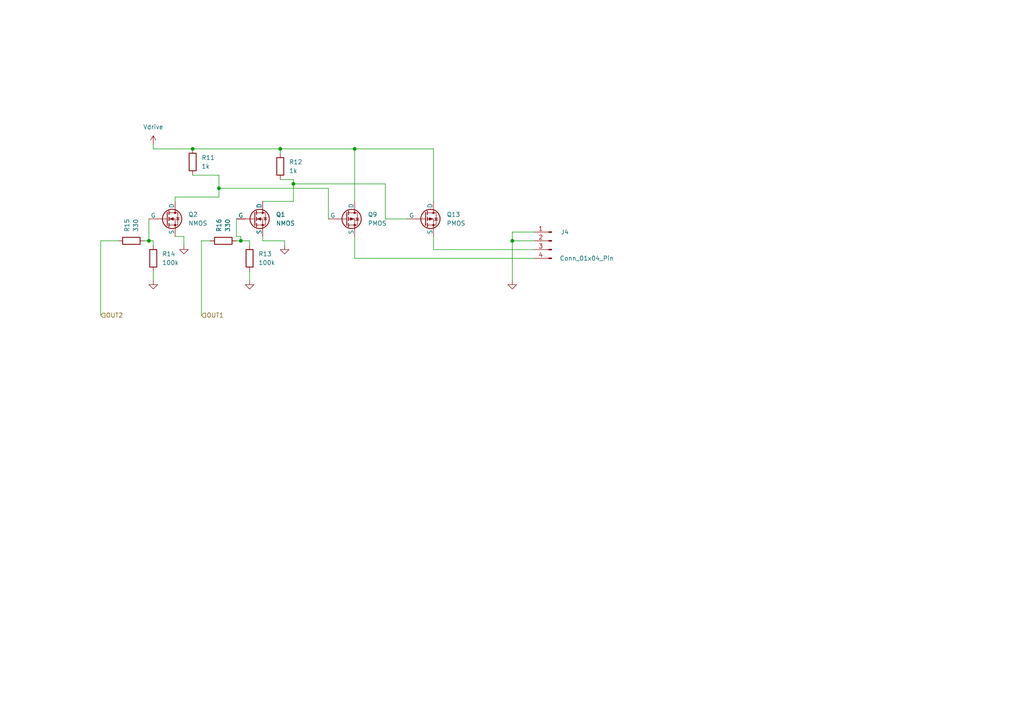
<source format=kicad_sch>
(kicad_sch (version 20230121) (generator eeschema)
  (paper "A4")
  (lib_symbols
    (symbol "Connector:Conn_01x04_Pin" (pin_names (offset 1.016) hide)
      (property "Reference" "J" (at 0 5.08 0))
      (property "Value" "Conn_01x04_Pin" (at 0 -7.62 0))
      (symbol "Conn_01x04_Pin_1_1"
        (polyline (pts (xy 1.27 -5.08) (xy 0.8636 -5.08)) (stroke (width 0.1524)))
        (polyline (pts (xy 1.27 -2.54) (xy 0.8636 -2.54)) (stroke (width 0.1524)))
        (polyline (pts (xy 1.27 0) (xy 0.8636 0)) (stroke (width 0.1524)))
        (polyline (pts (xy 1.27 2.54) (xy 0.8636 2.54)) (stroke (width 0.1524)))
        (rectangle (start 0.8636 -4.953) (end 0 -5.207) (stroke (width 0.1524)) (fill (type outline)))
        (rectangle (start 0.8636 -2.413) (end 0 -2.667) (stroke (width 0.1524)) (fill (type outline)))
        (rectangle (start 0.8636 0.127) (end 0 -0.127) (stroke (width 0.1524)) (fill (type outline)))
        (rectangle (start 0.8636 2.667) (end 0 2.413) (stroke (width 0.1524)) (fill (type outline)))
        (pin passive line (at 5.08 2.54 180) (length 3.81) (name "Pin_1") (number "1"))
        (pin passive line (at 5.08 0 180) (length 3.81) (name "Pin_2") (number "2"))
        (pin passive line (at 5.08 -2.54 180) (length 3.81) (name "Pin_3") (number "3"))
        (pin passive line (at 5.08 -5.08 180) (length 3.81) (name "Pin_4") (number "4"))
      )
    )
    (symbol "Device:R" (pin_numbers hide) (pin_names (offset 0))
      (property "Reference" "R" (at 2.032 0 90))
      (property "Value" "R" (at 0 0 90))
      (symbol "R_0_1"
        (rectangle (start -1.016 -2.54) (end 1.016 2.54) (stroke (width 0.254)))
      )
      (symbol "R_1_1"
        (pin passive line (at 0 3.81 270) (length 1.27) (name "~") (number "1"))
        (pin passive line (at 0 -3.81 90) (length 1.27) (name "~") (number "2"))
      )
    )
    (symbol "Simulation_SPICE:NMOS" (pin_numbers hide) (pin_names (offset 0))
      (property "Reference" "Q" (at 5.08 1.27 0))
      (property "Value" "NMOS" (at 5.08 -1.27 0))
      (symbol "NMOS_0_1"
        (polyline (pts (xy 0.254 0) (xy -2.54 0)))
        (polyline (pts (xy 0.254 1.905) (xy 0.254 -1.905)) (stroke (width 0.254)))
        (polyline (pts (xy 0.762 -1.27) (xy 0.762 -2.286)) (stroke (width 0.254)))
        (polyline (pts (xy 0.762 0.508) (xy 0.762 -0.508)) (stroke (width 0.254)))
        (polyline (pts (xy 0.762 2.286) (xy 0.762 1.27)) (stroke (width 0.254)))
        (polyline (pts (xy 2.54 2.54) (xy 2.54 1.778)))
        (polyline (pts (xy 2.54 -2.54) (xy 2.54 0) (xy 0.762 0)))
        (polyline (pts (xy 0.762 -1.778) (xy 3.302 -1.778) (xy 3.302 1.778) (xy 0.762 1.778)))
        (polyline (pts (xy 1.016 0) (xy 2.032 0.381) (xy 2.032 -0.381) (xy 1.016 0)) (fill (type outline)))
        (polyline (pts (xy 2.794 0.508) (xy 2.921 0.381) (xy 3.683 0.381) (xy 3.81 0.254)))
        (polyline (pts (xy 3.302 0.381) (xy 2.921 -0.254) (xy 3.683 -0.254) (xy 3.302 0.381)))
        (circle (center 1.651 0) (radius 2.794) (stroke (width 0.254)))
        (circle (center 2.54 -1.778) (radius 0.254) (fill (type outline)))
        (circle (center 2.54 1.778) (radius 0.254) (fill (type outline)))
      )
      (symbol "NMOS_1_1"
        (pin passive line (at 2.54 5.08 270) (length 2.54) (name "D") (number "1"))
        (pin input line (at -5.08 0 0) (length 2.54) (name "G") (number "2"))
        (pin passive line (at 2.54 -5.08 90) (length 2.54) (name "S") (number "3"))
      )
    )
    (symbol "Simulation_SPICE:PMOS" (pin_numbers hide) (pin_names (offset 0))
      (property "Reference" "Q" (at 5.08 1.27 0))
      (property "Value" "PMOS" (at 5.08 -1.27 0))
      (symbol "PMOS_0_1"
        (polyline (pts (xy 0.254 0) (xy -2.54 0)))
        (polyline (pts (xy 0.254 1.905) (xy 0.254 -1.905)) (stroke (width 0.254)))
        (polyline (pts (xy 0.762 -1.27) (xy 0.762 -2.286)) (stroke (width 0.254)))
        (polyline (pts (xy 0.762 0.508) (xy 0.762 -0.508)) (stroke (width 0.254)))
        (polyline (pts (xy 0.762 2.286) (xy 0.762 1.27)) (stroke (width 0.254)))
        (polyline (pts (xy 2.54 2.54) (xy 2.54 1.778)))
        (polyline (pts (xy 2.54 -2.54) (xy 2.54 0) (xy 0.762 0)))
        (polyline (pts (xy 0.762 1.778) (xy 3.302 1.778) (xy 3.302 -1.778) (xy 0.762 -1.778)))
        (polyline (pts (xy 2.286 0) (xy 1.27 0.381) (xy 1.27 -0.381) (xy 2.286 0)) (fill (type outline)))
        (polyline (pts (xy 2.794 -0.508) (xy 2.921 -0.381) (xy 3.683 -0.381) (xy 3.81 -0.254)))
        (polyline (pts (xy 3.302 -0.381) (xy 2.921 0.254) (xy 3.683 0.254) (xy 3.302 -0.381)))
        (circle (center 1.651 0) (radius 2.794) (stroke (width 0.254)))
        (circle (center 2.54 -1.778) (radius 0.254) (fill (type outline)))
        (circle (center 2.54 1.778) (radius 0.254) (fill (type outline)))
      )
      (symbol "PMOS_1_1"
        (pin passive line (at 2.54 5.08 270) (length 2.54) (name "D") (number "1"))
        (pin input line (at -5.08 0 0) (length 2.54) (name "G") (number "2"))
        (pin passive line (at 2.54 -5.08 90) (length 2.54) (name "S") (number "3"))
      )
    )
    (symbol "power:GND" (power) (pin_names (offset 0))
      (property "Value" "GND" (at 0 -3.81 0))
      (symbol "GND_0_1"
        (polyline (pts (xy 0 0) (xy 0 -1.27) (xy 1.27 -1.27) (xy 0 -2.54) (xy -1.27 -1.27) (xy 0 -1.27)))
      )
      (symbol "GND_1_1"
        (pin power_in line (at 0 0 270) (length 0) hide (name "GND") (number "1"))
      )
    )
    (symbol "power:Vdrive" (power) (pin_names (offset 0))
      (property "Value" "Vdrive" (at 0 3.81 0))
      (symbol "Vdrive_0_1"
        (polyline (pts (xy -0.762 1.27) (xy 0 2.54)))
        (polyline (pts (xy 0 0) (xy 0 2.54)))
        (polyline (pts (xy 0 2.54) (xy 0.762 1.27)))
      )
      (symbol "Vdrive_1_1"
        (pin power_in line (at 0 0 90) (length 0) hide (name "Vdrive") (number "1"))
      )
    )
  )
  (junction (at 102.87 43.18))
  (junction (at 85.09 53.34))
  (junction (at 43.18 69.85))
  (junction (at 55.88 43.18))
  (junction (at 81.28 43.18))
  (junction (at 148.59 69.85))
  (junction (at 63.5 54.61))
  (junction (at 69.85 69.85))
  (wire (pts (xy 95.25 63.5) (xy 95.25 54.61)))
  (wire (pts (xy 63.5 57.15) (xy 50.8 57.15)))
  (wire (pts (xy 72.39 78.74) (xy 72.39 81.28)))
  (wire (pts (xy 76.2 69.85) (xy 76.2 68.58)))
  (wire (pts (xy 43.18 63.5) (xy 43.18 69.85)))
  (wire (pts (xy 85.09 53.34) (xy 85.09 58.42)))
  (wire (pts (xy 50.8 57.15) (xy 50.8 58.42)))
  (wire (pts (xy 63.5 50.8) (xy 55.88 50.8)))
  (wire (pts (xy 76.2 69.85) (xy 82.55 69.85)))
  (wire (pts (xy 148.59 69.85) (xy 154.94 69.85)))
  (wire (pts (xy 102.87 58.42) (xy 102.87 43.18)))
  (wire (pts (xy 29.21 69.85) (xy 34.29 69.85)))
  (wire (pts (xy 29.21 69.85) (xy 29.21 91.44)))
  (wire (pts (xy 72.39 69.85) (xy 72.39 71.12)))
  (wire (pts (xy 154.94 67.31) (xy 148.59 67.31)))
  (wire (pts (xy 111.76 63.5) (xy 111.76 53.34)))
  (wire (pts (xy 44.45 78.74) (xy 44.45 81.28)))
  (wire (pts (xy 85.09 52.07) (xy 85.09 53.34)))
  (wire (pts (xy 58.42 69.85) (xy 60.96 69.85)))
  (wire (pts (xy 102.87 68.58) (xy 102.87 74.93)))
  (wire (pts (xy 125.73 43.18) (xy 102.87 43.18)))
  (wire (pts (xy 43.18 69.85) (xy 44.45 69.85)))
  (wire (pts (xy 55.88 43.18) (xy 81.28 43.18)))
  (wire (pts (xy 125.73 58.42) (xy 125.73 43.18)))
  (wire (pts (xy 69.85 69.85) (xy 72.39 69.85)))
  (wire (pts (xy 111.76 63.5) (xy 118.11 63.5)))
  (wire (pts (xy 125.73 72.39) (xy 125.73 68.58)))
  (wire (pts (xy 55.88 43.18) (xy 44.45 43.18)))
  (wire (pts (xy 44.45 41.91) (xy 44.45 43.18)))
  (wire (pts (xy 68.58 69.85) (xy 69.85 69.85)))
  (wire (pts (xy 148.59 81.28) (xy 148.59 69.85)))
  (wire (pts (xy 125.73 72.39) (xy 154.94 72.39)))
  (wire (pts (xy 58.42 69.85) (xy 58.42 91.44)))
  (wire (pts (xy 148.59 67.31) (xy 148.59 69.85)))
  (wire (pts (xy 81.28 43.18) (xy 81.28 44.45)))
  (wire (pts (xy 81.28 43.18) (xy 102.87 43.18)))
  (wire (pts (xy 44.45 69.85) (xy 44.45 71.12)))
  (wire (pts (xy 68.58 63.5) (xy 68.58 68.58)))
  (wire (pts (xy 82.55 69.85) (xy 82.55 71.12)))
  (wire (pts (xy 102.87 74.93) (xy 154.94 74.93)))
  (wire (pts (xy 111.76 53.34) (xy 85.09 53.34)))
  (wire (pts (xy 63.5 54.61) (xy 63.5 57.15)))
  (wire (pts (xy 69.85 68.58) (xy 69.85 69.85)))
  (wire (pts (xy 95.25 54.61) (xy 63.5 54.61)))
  (wire (pts (xy 53.34 68.58) (xy 53.34 71.12)))
  (wire (pts (xy 85.09 58.42) (xy 76.2 58.42)))
  (wire (pts (xy 41.91 69.85) (xy 43.18 69.85)))
  (wire (pts (xy 68.58 68.58) (xy 69.85 68.58)))
  (wire (pts (xy 50.8 68.58) (xy 53.34 68.58)))
  (wire (pts (xy 85.09 52.07) (xy 81.28 52.07)))
  (wire (pts (xy 63.5 50.8) (xy 63.5 54.61)))
  (hierarchical_label "OUT1" (shape input) (at 58.42 91.44 0))
  (hierarchical_label "OUT2" (shape input) (at 29.21 91.44 0))
  (symbol (lib_id "Device:R") (at 44.45 74.93 0) (unit 1)
    (property "Reference" "R14" (at 46.99 73.66 0) (effects (justify left)))
    (property "Value" "100k" (at 46.99 76.2 0) (effects (justify left)))
    (instances (project "frodo_io_module" (path "" (reference "R14") (unit 1)) (path "" (reference "R18") (unit 1)) (path "" (reference "R12") (unit 1)) (path "" (reference "R24") (unit 1)) (path "" (reference "R30") (unit 1))))
  )
  (symbol (lib_id "power:Vdrive") (at 44.45 41.91 0) (unit 1)
    (property "Reference" "#PWR049" (effects hide))
    (property "Value" "Vdrive" (at 44.45 36.83 0))
    (instances (project "frodo_io_module" (path "" (reference "#PWR049") (unit 1)) (path "" (reference "#PWR050") (unit 1)) (path "" (reference "#PWR045") (unit 1)) (path "" (reference "#PWR055") (unit 1)) (path "" (reference "#PWR060") (unit 1))))
  )
  (symbol (lib_id "Simulation_SPICE:NMOS") (at 73.66 63.5 0) (unit 1)
    (property "Reference" "Q1" (at 80.01 62.23 0) (effects (justify left)))
    (property "Value" "NMOS" (at 80.01 64.77 0) (effects (justify left)))
    (property "Datasheet" "https://ngspice.sourceforge.io/docs/ngspice-manual.pdf" (effects hide))
    (property "Sim.Device" "NMOS" (effects hide))
    (property "Sim.Type" "VDMOS" (effects hide))
    (property "Sim.Pins" "1=D 2=G 3=S" (effects hide))
    (instances (project "frodo_io_module" (path "" (reference "Q1") (unit 1)) (path "" (reference "Q4") (unit 1)) (path "" (reference "Q2") (unit 1)) (path "" (reference "Q6") (unit 1)) (path "" (reference "Q8") (unit 1))))
  )
  (symbol (lib_id "Device:R") (at 81.28 48.26 0) (unit 1)
    (property "Reference" "R12" (at 83.82 46.99 0) (effects (justify left)))
    (property "Value" "1k" (at 83.82 49.53 0) (effects (justify left)))
    (instances (project "frodo_io_module" (path "" (reference "R12") (unit 1)) (path "" (reference "R22") (unit 1)) (path "" (reference "R16") (unit 1)) (path "" (reference "R28") (unit 1)) (path "" (reference "R34") (unit 1))))
  )
  (symbol (lib_id "Device:R") (at 55.88 46.99 0) (unit 1)
    (property "Reference" "R11" (at 58.42 45.72 0) (effects (justify left)))
    (property "Value" "1k" (at 58.42 48.26 0) (effects (justify left)))
    (instances (project "frodo_io_module" (path "" (reference "R11") (unit 1)) (path "" (reference "R19") (unit 1)) (path "" (reference "R13") (unit 1)) (path "" (reference "R25") (unit 1)) (path "" (reference "R31") (unit 1))))
  )
  (symbol (lib_id "power:GND") (at 53.34 71.12 0) (unit 1)
    (property "Reference" "#PWR047" (effects hide))
    (property "Value" "GND" (effects hide))
    (instances (project "frodo_io_module" (path "" (reference "#PWR047") (unit 1)) (path "" (reference "#PWR052") (unit 1)) (path "" (reference "#PWR047") (unit 1)) (path "" (reference "#PWR057") (unit 1)) (path "" (reference "#PWR062") (unit 1))))
  )
  (symbol (lib_id "Device:R") (at 38.1 69.85 90) (unit 1)
    (property "Reference" "R15" (at 36.83 67.31 0) (effects (justify left)))
    (property "Value" "330" (at 39.37 67.31 0) (effects (justify left)))
    (instances (project "frodo_io_module" (path "" (reference "R15") (unit 1)) (path "" (reference "R17") (unit 1)) (path "" (reference "R11") (unit 1)) (path "" (reference "R23") (unit 1)) (path "" (reference "R29") (unit 1))))
  )
  (symbol (lib_id "Simulation_SPICE:PMOS") (at 100.33 63.5 0) (unit 1)
    (property "Reference" "Q9" (at 106.68 62.23 0) (effects (justify left)))
    (property "Value" "PMOS" (at 106.68 64.77 0) (effects (justify left)))
    (property "Datasheet" "https://ngspice.sourceforge.io/docs/ngspice-manual.pdf" (effects hide))
    (property "Sim.Device" "PMOS" (effects hide))
    (property "Sim.Type" "VDMOS" (effects hide))
    (property "Sim.Pins" "1=D 2=G 3=S" (effects hide))
    (instances (project "frodo_io_module" (path "" (reference "Q9") (unit 1)) (path "" (reference "Q10") (unit 1)) (path "" (reference "Q11") (unit 1)) (path "" (reference "Q12") (unit 1))))
  )
  (symbol (lib_id "power:GND") (at 44.45 81.28 0) (unit 1)
    (property "Reference" "#PWR045" (effects hide))
    (property "Value" "GND" (effects hide))
    (instances (project "frodo_io_module" (path "" (reference "#PWR045") (unit 1)) (path "" (reference "#PWR051") (unit 1)) (path "" (reference "#PWR046") (unit 1)) (path "" (reference "#PWR056") (unit 1)) (path "" (reference "#PWR061") (unit 1))))
  )
  (symbol (lib_id "power:GND") (at 72.39 81.28 0) (unit 1)
    (property "Reference" "#PWR046" (effects hide))
    (property "Value" "GND" (effects hide))
    (instances (project "frodo_io_module" (path "" (reference "#PWR046") (unit 1)) (path "" (reference "#PWR053") (unit 1)) (path "" (reference "#PWR048") (unit 1)) (path "" (reference "#PWR058") (unit 1)) (path "" (reference "#PWR063") (unit 1))))
  )
  (symbol (lib_id "Device:R") (at 64.77 69.85 90) (unit 1)
    (property "Reference" "R16" (at 63.5 67.31 0) (effects (justify left)))
    (property "Value" "330" (at 66.04 67.31 0) (effects (justify left)))
    (instances (project "frodo_io_module" (path "" (reference "R16") (unit 1)) (path "" (reference "R20") (unit 1)) (path "" (reference "R14") (unit 1)) (path "" (reference "R26") (unit 1)) (path "" (reference "R32") (unit 1))))
  )
  (symbol (lib_id "power:GND") (at 82.55 71.12 0) (unit 1)
    (property "Reference" "#PWR048" (effects hide))
    (property "Value" "GND" (effects hide))
    (instances (project "frodo_io_module" (path "" (reference "#PWR048") (unit 1)) (path "" (reference "#PWR054") (unit 1)) (path "" (reference "#PWR049") (unit 1)) (path "" (reference "#PWR059") (unit 1)) (path "" (reference "#PWR064") (unit 1))))
  )
  (symbol (lib_id "power:GND") (at 148.59 81.28 0) (unit 1)
    (property "Reference" "#PWR046" (effects hide))
    (property "Value" "GND" (effects hide))
    (instances (project "frodo_io_module" (path "" (reference "#PWR046") (unit 1)) (path "" (reference "#PWR065") (unit 1)) (path "" (reference "#PWR066") (unit 1)) (path "" (reference "#PWR067") (unit 1)) (path "" (reference "#PWR068") (unit 1))))
  )
  (symbol (lib_id "Simulation_SPICE:NMOS") (at 48.26 63.5 0) (unit 1)
    (property "Reference" "Q2" (at 54.61 62.23 0) (effects (justify left)))
    (property "Value" "NMOS" (at 54.61 64.77 0) (effects (justify left)))
    (property "Datasheet" "https://ngspice.sourceforge.io/docs/ngspice-manual.pdf" (effects hide))
    (property "Sim.Device" "NMOS" (effects hide))
    (property "Sim.Type" "VDMOS" (effects hide))
    (property "Sim.Pins" "1=D 2=G 3=S" (effects hide))
    (instances (project "frodo_io_module" (path "" (reference "Q2") (unit 1)) (path "" (reference "Q3") (unit 1)) (path "" (reference "Q1") (unit 1)) (path "" (reference "Q5") (unit 1)) (path "" (reference "Q7") (unit 1))))
  )
  (symbol (lib_id "Device:R") (at 72.39 74.93 0) (unit 1)
    (property "Reference" "R13" (at 74.93 73.66 0) (effects (justify left)))
    (property "Value" "100k" (at 74.93 76.2 0) (effects (justify left)))
    (instances (project "frodo_io_module" (path "" (reference "R13") (unit 1)) (path "" (reference "R21") (unit 1)) (path "" (reference "R15") (unit 1)) (path "" (reference "R27") (unit 1)) (path "" (reference "R33") (unit 1))))
  )
  (symbol (lib_id "Simulation_SPICE:PMOS") (at 123.19 63.5 0) (unit 1)
    (property "Reference" "Q13" (at 129.54 62.23 0) (effects (justify left)))
    (property "Value" "PMOS" (at 129.54 64.77 0) (effects (justify left)))
    (property "Datasheet" "https://ngspice.sourceforge.io/docs/ngspice-manual.pdf" (effects hide))
    (property "Sim.Device" "PMOS" (effects hide))
    (property "Sim.Type" "VDMOS" (effects hide))
    (property "Sim.Pins" "1=D 2=G 3=S" (effects hide))
    (instances (project "frodo_io_module" (path "" (reference "Q13") (unit 1)) (path "" (reference "Q14") (unit 1)) (path "" (reference "Q15") (unit 1)) (path "" (reference "Q16") (unit 1))))
  )
  (symbol (lib_id "Connector:Conn_01x04_Pin") (at 160.02 69.85 0) (mirror y) (unit 1)
    (property "Reference" "J4" (at 163.83 67.31 0))
    (property "Value" "Conn_01x04_Pin" (at 170.18 74.93 0))
    (instances (project "STM32F072RBT6- TUDSAT avionics" (path "" (reference "J4") (unit 1))) (project "frodo_io_module" (path "" (reference "J8") (unit 1)) (path "" (reference "J9") (unit 1)) (path "" (reference "J8") (unit 1)) (path "" (reference "J10") (unit 1)) (path "" (reference "J11") (unit 1))))
  )
)
</source>
